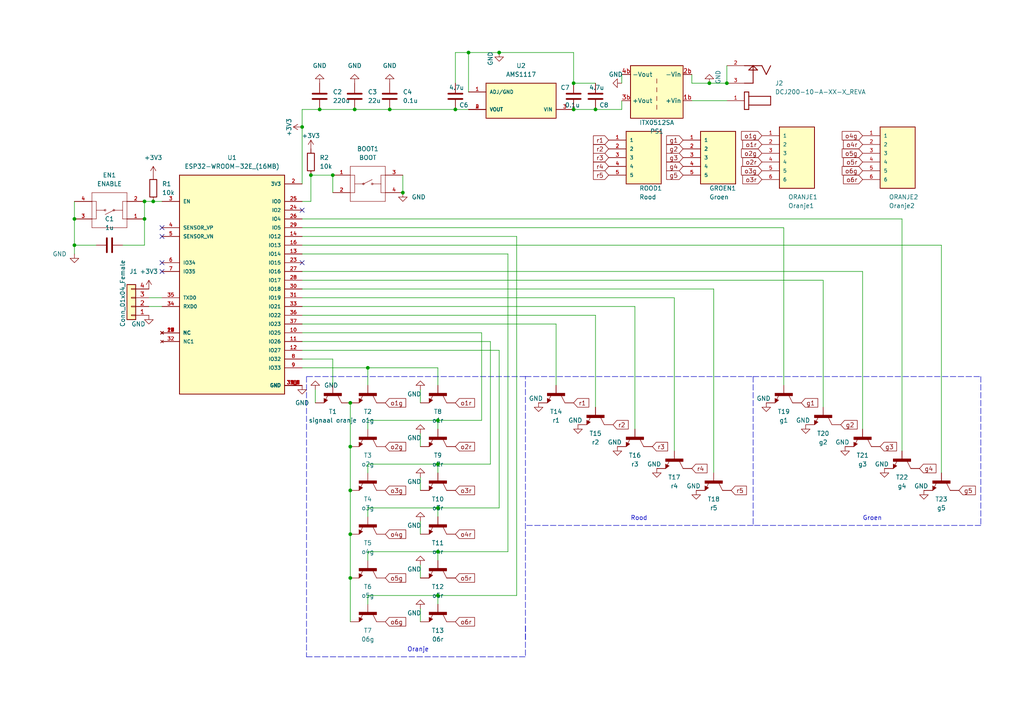
<source format=kicad_sch>
(kicad_sch (version 20211123) (generator eeschema)
  (paper "A4")
  (lib_symbols
    (symbol "1825910-6:1825910-6" (pin_names (offset 1.016) hide)
      (property "Reference" "SW" (at -5.08 5.842 0))
      (property "Value" "1825910-6" (at -5.08 -7.62 0))
      (symbol "1825910-6_0_0"
        (circle (center -1.27 0) (radius 0.254) (stroke (width 0.127)))
        (polyline (pts (xy -5.08 -5.08) (xy 5.08 -5.08)) (stroke (width 0.127)))
        (polyline (pts (xy -5.08 -2.54) (xy -5.08 -5.08)) (stroke (width 0.127)))
        (polyline (pts (xy -5.08 2.54) (xy -5.08 -2.54)) (stroke (width 0.127)))
        (polyline (pts (xy -5.08 2.54) (xy -3.81 2.54)) (stroke (width 0.127)))
        (polyline (pts (xy -5.08 5.08) (xy -5.08 2.54)) (stroke (width 0.127)))
        (polyline (pts (xy -5.08 5.08) (xy 5.08 5.08)) (stroke (width 0.127)))
        (polyline (pts (xy -3.81 -2.54) (xy -5.08 -2.54)) (stroke (width 0.127)))
        (polyline (pts (xy -3.81 0) (xy -3.81 -2.54)) (stroke (width 0.127)))
        (polyline (pts (xy -3.81 0) (xy -1.27 0)) (stroke (width 0.127)))
        (polyline (pts (xy -3.81 2.54) (xy -3.81 0)) (stroke (width 0.127)))
        (polyline (pts (xy -1.27 0) (xy 1.27 1.27)) (stroke (width 0.127)))
        (polyline (pts (xy 1.27 0) (xy 3.81 0)) (stroke (width 0.127)))
        (polyline (pts (xy 3.81 -2.54) (xy 5.08 -2.54)) (stroke (width 0.127)))
        (polyline (pts (xy 3.81 0) (xy 3.81 -2.54)) (stroke (width 0.127)))
        (polyline (pts (xy 3.81 0) (xy 3.81 2.54)) (stroke (width 0.127)))
        (polyline (pts (xy 3.81 2.54) (xy 5.08 2.54)) (stroke (width 0.127)))
        (polyline (pts (xy 5.08 -2.54) (xy 5.08 -5.08)) (stroke (width 0.127)))
        (polyline (pts (xy 5.08 2.54) (xy 5.08 -2.54)) (stroke (width 0.127)))
        (polyline (pts (xy 5.08 5.08) (xy 5.08 2.54)) (stroke (width 0.127)))
        (circle (center 1.27 0) (radius 0.254) (stroke (width 0.127)))
        (pin passive line (at -10.16 2.54 0) (length 5.08) (name "~") (number "1"))
        (pin passive line (at -10.16 -2.54 0) (length 5.08) (name "~") (number "2"))
        (pin passive line (at 10.16 2.54 180) (length 5.08) (name "~") (number "3"))
        (pin passive line (at 10.16 -2.54 180) (length 5.08) (name "~") (number "4"))
      )
    )
    (symbol "282841-5:282841-5" (pin_names (offset 1.016))
      (property "Reference" "J" (at -5.588 7.62 0))
      (property "Value" "282841-5" (at -5.08 -10.16 0))
      (symbol "282841-5_0_0"
        (rectangle (start -5.08 -7.62) (end 5.08 7.62) (stroke (width 0.254)) (fill (type background)))
        (pin passive line (at -10.16 5.08 0) (length 5.08) (name "1") (number "1"))
        (pin passive line (at -10.16 2.54 0) (length 5.08) (name "2") (number "2"))
        (pin passive line (at -10.16 0 0) (length 5.08) (name "3") (number "3"))
        (pin passive line (at -10.16 -2.54 0) (length 5.08) (name "4") (number "4"))
        (pin passive line (at -10.16 -5.08 0) (length 5.08) (name "5") (number "5"))
      )
    )
    (symbol "282841-6:282841-6" (pin_names (offset 1.016))
      (property "Reference" "J" (at -5.588 10.16 0))
      (property "Value" "282841-6" (at -5.08 -10.16 0))
      (symbol "282841-6_0_0"
        (rectangle (start -5.08 -7.62) (end 5.08 10.16) (stroke (width 0.254)) (fill (type background)))
        (pin passive line (at -10.16 7.62 0) (length 5.08) (name "1") (number "1"))
        (pin passive line (at -10.16 5.08 0) (length 5.08) (name "2") (number "2"))
        (pin passive line (at -10.16 2.54 0) (length 5.08) (name "3") (number "3"))
        (pin passive line (at -10.16 0 0) (length 5.08) (name "4") (number "4"))
        (pin passive line (at -10.16 -2.54 0) (length 5.08) (name "5") (number "5"))
        (pin passive line (at -10.16 -5.08 0) (length 5.08) (name "6") (number "6"))
      )
    )
    (symbol "AMS1117:AMS1117" (pin_names (offset 1.016))
      (property "Reference" "U" (at -10.16 5.588 0))
      (property "Value" "AMS1117" (at -10.16 -8.128 0))
      (symbol "AMS1117_0_0"
        (rectangle (start -10.16 -5.08) (end 10.16 5.08) (stroke (width 0.254)) (fill (type background)))
        (pin power_in line (at 15.24 -2.54 180) (length 5.08) (name "ADJ/GND") (number "1"))
        (pin output line (at 15.24 2.54 180) (length 5.08) (name "VOUT") (number "2"))
        (pin input line (at -15.24 2.54 0) (length 5.08) (name "VIN") (number "3"))
        (pin output line (at 15.24 2.54 180) (length 5.08) (name "VOUT") (number "4"))
      )
    )
    (symbol "BC848:BC848" (pin_numbers hide) (pin_names (offset 1.016) hide)
      (property "Reference" "T" (at -10.1854 7.6454 0))
      (property "Value" "BC848" (at -10.16 5.08 0))
      (symbol "BC848_0_0"
        (rectangle (start -0.254 -2.54) (end 0.508 2.54) (fill (type outline)))
        (polyline (pts (xy 1.27 -2.54) (xy 1.778 -1.524)) (stroke (width 0.1524)))
        (polyline (pts (xy 1.524 -2.413) (xy 2.286 -2.413)) (stroke (width 0.254)))
        (polyline (pts (xy 1.524 -2.286) (xy 1.905 -2.286)) (stroke (width 0.254)))
        (polyline (pts (xy 1.5494 -2.032) (xy 0.3048 -1.4224)) (stroke (width 0.1524)))
        (polyline (pts (xy 1.778 -1.778) (xy 1.524 -2.286)) (stroke (width 0.254)))
        (polyline (pts (xy 1.778 -1.524) (xy 2.54 -2.54)) (stroke (width 0.1524)))
        (polyline (pts (xy 1.905 -2.286) (xy 1.778 -2.032)) (stroke (width 0.254)))
        (polyline (pts (xy 2.286 -2.413) (xy 1.778 -1.778)) (stroke (width 0.254)))
        (polyline (pts (xy 2.54 -2.54) (xy 1.27 -2.54)) (stroke (width 0.1524)))
        (polyline (pts (xy 2.54 2.54) (xy 0.508 1.524)) (stroke (width 0.1524)))
        (pin passive line (at -2.54 0 0) (length 2.54) (name "~") (number "1"))
        (pin passive line (at 2.54 -5.08 90) (length 2.54) (name "~") (number "2"))
        (pin passive line (at 2.54 5.08 270) (length 2.54) (name "~") (number "3"))
      )
    )
    (symbol "Connector_Generic:Conn_01x04" (pin_names (offset 1.016) hide)
      (property "Reference" "J" (at 0 5.08 0))
      (property "Value" "Conn_01x04" (at 0 -7.62 0))
      (symbol "Conn_01x04_1_1"
        (rectangle (start -1.27 -4.953) (end 0 -5.207) (stroke (width 0.1524)))
        (rectangle (start -1.27 -2.413) (end 0 -2.667) (stroke (width 0.1524)))
        (rectangle (start -1.27 0.127) (end 0 -0.127) (stroke (width 0.1524)))
        (rectangle (start -1.27 2.667) (end 0 2.413) (stroke (width 0.1524)))
        (rectangle (start -1.27 3.81) (end 1.27 -6.35) (stroke (width 0.254)) (fill (type background)))
        (pin passive line (at -5.08 2.54 0) (length 3.81) (name "Pin_1") (number "1"))
        (pin passive line (at -5.08 0 0) (length 3.81) (name "Pin_2") (number "2"))
        (pin passive line (at -5.08 -2.54 0) (length 3.81) (name "Pin_3") (number "3"))
        (pin passive line (at -5.08 -5.08 0) (length 3.81) (name "Pin_4") (number "4"))
      )
    )
    (symbol "Converter_DCDC:ITX0512SA"
      (property "Reference" "PS1" (at 0 11.43 0))
      (property "Value" "ITX0512SA" (at 0 8.89 0))
      (symbol "ITX0512SA_0_0"
        (pin power_in line (at -10.16 2.54 0) (length 2.54) (name "+Vin") (number "1b"))
        (pin power_in line (at -10.16 -5.08 0) (length 2.54) (name "-Vin") (number "2b"))
        (pin power_out line (at 10.16 2.54 180) (length 2.54) (name "+Vout") (number "3b"))
        (pin power_out line (at 10.16 -5.08 180) (length 2.54) (name "-Vout") (number "4b"))
      )
      (symbol "ITX0512SA_0_1"
        (rectangle (start -7.62 7.62) (end 7.62 -7.62) (stroke (width 0.254)) (fill (type background)))
        (polyline (pts (xy 0 -2.54) (xy 0 -3.81)))
        (polyline (pts (xy 0 0) (xy 0 -1.27)))
        (polyline (pts (xy 0 2.54) (xy 0 1.27)))
        (polyline (pts (xy 0 5.08) (xy 0 3.81)))
      )
    )
    (symbol "DCJ200-10-A-XX-X_REVA:DCJ200-10-A-XX-X_REVA" (pin_names (offset 1.016) hide)
      (property "Reference" "J" (at -5.08 7.62 0))
      (property "Value" "DCJ200-10-A-XX-X_REVA" (at -5.08 -7.62 0))
      (symbol "DCJ200-10-A-XX-X_REVA_0_0"
        (polyline (pts (xy -5.08 3.81) (xy 1.27 3.81)) (stroke (width 0.254)))
        (polyline (pts (xy -5.08 6.35) (xy -5.08 3.81)) (stroke (width 0.254)))
        (polyline (pts (xy -3.81 -2.54) (xy -5.08 -5.08)) (stroke (width 0.254)))
        (polyline (pts (xy -2.54 -5.08) (xy -3.81 -2.54)) (stroke (width 0.254)))
        (polyline (pts (xy -1.27 -3.81) (xy 1.27 -3.81)) (stroke (width 0.254)))
        (polyline (pts (xy 0 -5.08) (xy -2.54 -5.08)) (stroke (width 0.254)))
        (polyline (pts (xy 0 -5.08) (xy -1.27 -3.81)) (stroke (width 0.254)))
        (polyline (pts (xy 0 0) (xy 0 -5.08)) (stroke (width 0.254)))
        (polyline (pts (xy 1.27 -3.81) (xy 0 -5.08)) (stroke (width 0.254)))
        (polyline (pts (xy 1.27 2.54) (xy 2.54 2.54)) (stroke (width 0.254)))
        (polyline (pts (xy 1.27 3.81) (xy 1.27 2.54)) (stroke (width 0.254)))
        (polyline (pts (xy 1.27 6.35) (xy -5.08 6.35)) (stroke (width 0.254)))
        (polyline (pts (xy 1.27 6.35) (xy 1.27 3.81)) (stroke (width 0.254)))
        (polyline (pts (xy 1.27 7.62) (xy 1.27 6.35)) (stroke (width 0.254)))
        (polyline (pts (xy 2.54 -5.08) (xy 0 -5.08)) (stroke (width 0.254)))
        (polyline (pts (xy 2.54 0) (xy 0 0)) (stroke (width 0.254)))
        (polyline (pts (xy 2.54 2.54) (xy 2.54 7.62)) (stroke (width 0.254)))
        (polyline (pts (xy 2.54 7.62) (xy 1.27 7.62)) (stroke (width 0.254)))
        (pin passive line (at 7.62 5.08 180) (length 5.08) (name "~") (number "1"))
        (pin passive line (at 7.62 -5.08 180) (length 5.08) (name "~") (number "2"))
        (pin passive line (at 7.62 0 180) (length 5.08) (name "~") (number "3"))
      )
    )
    (symbol "Device:C" (pin_numbers hide) (pin_names (offset 0.254))
      (property "Reference" "C" (at 0.635 2.54 0))
      (property "Value" "C" (at 0.635 -2.54 0))
      (symbol "C_0_1"
        (polyline (pts (xy -2.032 -0.762) (xy 2.032 -0.762)) (stroke (width 0.508)))
        (polyline (pts (xy -2.032 0.762) (xy 2.032 0.762)) (stroke (width 0.508)))
      )
      (symbol "C_1_1"
        (pin passive line (at 0 3.81 270) (length 2.794) (name "~") (number "1"))
        (pin passive line (at 0 -3.81 90) (length 2.794) (name "~") (number "2"))
      )
    )
    (symbol "Device:R" (pin_numbers hide) (pin_names (offset 0))
      (property "Reference" "R" (at 2.032 0 90))
      (property "Value" "R" (at 0 0 90))
      (symbol "R_0_1"
        (rectangle (start -1.016 -2.54) (end 1.016 2.54) (stroke (width 0.254)))
      )
      (symbol "R_1_1"
        (pin passive line (at 0 3.81 270) (length 1.27) (name "~") (number "1"))
        (pin passive line (at 0 -3.81 90) (length 1.27) (name "~") (number "2"))
      )
    )
    (symbol "ESP32-WROOM-32E__16MB_:ESP32-WROOM-32E_(16MB)" (pin_names (offset 1.016))
      (property "Reference" "U" (at -15.24 33.909 0))
      (property "Value" "ESP32-WROOM-32E_(16MB)" (at -15.24 -33.02 0))
      (symbol "ESP32-WROOM-32E_(16MB)_0_0"
        (rectangle (start -15.24 -30.48) (end 15.24 33.02) (stroke (width 0.254)) (fill (type background)))
        (pin power_in line (at 20.32 -27.94 180) (length 5.08) (name "GND") (number "1"))
        (pin bidirectional line (at 20.32 -12.7 180) (length 5.08) (name "IO25") (number "10"))
        (pin bidirectional line (at 20.32 -15.24 180) (length 5.08) (name "IO26") (number "11"))
        (pin bidirectional line (at 20.32 -17.78 180) (length 5.08) (name "IO27") (number "12"))
        (pin bidirectional line (at 20.32 10.16 180) (length 5.08) (name "IO14") (number "13"))
        (pin bidirectional line (at 20.32 15.24 180) (length 5.08) (name "IO12") (number "14"))
        (pin power_in line (at 20.32 -27.94 180) (length 5.08) (name "GND") (number "15"))
        (pin bidirectional line (at 20.32 12.7 180) (length 5.08) (name "IO13") (number "16"))
        (pin no_connect line (at -20.32 -12.7 0) (length 5.08) (name "NC") (number "17"))
        (pin no_connect line (at -20.32 -12.7 0) (length 5.08) (name "NC") (number "18"))
        (pin no_connect line (at -20.32 -12.7 0) (length 5.08) (name "NC") (number "19"))
        (pin power_in line (at 20.32 30.48 180) (length 5.08) (name "3V3") (number "2"))
        (pin no_connect line (at -20.32 -12.7 0) (length 5.08) (name "NC") (number "20"))
        (pin no_connect line (at -20.32 -12.7 0) (length 5.08) (name "NC") (number "21"))
        (pin no_connect line (at -20.32 -12.7 0) (length 5.08) (name "NC") (number "22"))
        (pin bidirectional line (at 20.32 7.62 180) (length 5.08) (name "IO15") (number "23"))
        (pin bidirectional line (at 20.32 22.86 180) (length 5.08) (name "IO2") (number "24"))
        (pin bidirectional line (at 20.32 25.4 180) (length 5.08) (name "IO0") (number "25"))
        (pin bidirectional line (at 20.32 20.32 180) (length 5.08) (name "IO4") (number "26"))
        (pin bidirectional line (at 20.32 5.08 180) (length 5.08) (name "IO16") (number "27"))
        (pin bidirectional line (at 20.32 2.54 180) (length 5.08) (name "IO17") (number "28"))
        (pin bidirectional line (at 20.32 17.78 180) (length 5.08) (name "IO5") (number "29"))
        (pin input line (at -20.32 25.4 0) (length 5.08) (name "EN") (number "3"))
        (pin bidirectional line (at 20.32 0 180) (length 5.08) (name "IO18") (number "30"))
        (pin bidirectional line (at 20.32 -2.54 180) (length 5.08) (name "IO19") (number "31"))
        (pin no_connect line (at -20.32 -15.24 0) (length 5.08) (name "NC1") (number "32"))
        (pin bidirectional line (at 20.32 -5.08 180) (length 5.08) (name "IO21") (number "33"))
        (pin bidirectional line (at -20.32 -5.08 0) (length 5.08) (name "RXD0") (number "34"))
        (pin bidirectional line (at -20.32 -2.54 0) (length 5.08) (name "TXD0") (number "35"))
        (pin bidirectional line (at 20.32 -7.62 180) (length 5.08) (name "IO22") (number "36"))
        (pin bidirectional line (at 20.32 -10.16 180) (length 5.08) (name "IO23") (number "37"))
        (pin power_in line (at 20.32 -27.94 180) (length 5.08) (name "GND") (number "38"))
        (pin power_in line (at 20.32 -27.94 180) (length 5.08) (name "GND") (number "39_1"))
        (pin power_in line (at 20.32 -27.94 180) (length 5.08) (name "GND") (number "39_2"))
        (pin power_in line (at 20.32 -27.94 180) (length 5.08) (name "GND") (number "39_3"))
        (pin power_in line (at 20.32 -27.94 180) (length 5.08) (name "GND") (number "39_4"))
        (pin power_in line (at 20.32 -27.94 180) (length 5.08) (name "GND") (number "39_5"))
        (pin power_in line (at 20.32 -27.94 180) (length 5.08) (name "GND") (number "39_6"))
        (pin power_in line (at 20.32 -27.94 180) (length 5.08) (name "GND") (number "39_7"))
        (pin power_in line (at 20.32 -27.94 180) (length 5.08) (name "GND") (number "39_8"))
        (pin power_in line (at 20.32 -27.94 180) (length 5.08) (name "GND") (number "39_9"))
        (pin input line (at -20.32 17.78 0) (length 5.08) (name "SENSOR_VP") (number "4"))
        (pin input line (at -20.32 15.24 0) (length 5.08) (name "SENSOR_VN") (number "5"))
        (pin input line (at -20.32 7.62 0) (length 5.08) (name "IO34") (number "6"))
        (pin input line (at -20.32 5.08 0) (length 5.08) (name "IO35") (number "7"))
        (pin bidirectional line (at 20.32 -20.32 180) (length 5.08) (name "IO32") (number "8"))
        (pin bidirectional line (at 20.32 -22.86 180) (length 5.08) (name "IO33") (number "9"))
      )
    )
    (symbol "power:+3V3" (power) (pin_names (offset 0))
      (property "Value" "+3V3" (at 0 3.556 0))
      (symbol "+3V3_0_1"
        (polyline (pts (xy -0.762 1.27) (xy 0 2.54)))
        (polyline (pts (xy 0 0) (xy 0 2.54)))
        (polyline (pts (xy 0 2.54) (xy 0.762 1.27)))
      )
      (symbol "+3V3_1_1"
        (pin power_in line (at 0 0 90) (length 0) hide (name "+3V3") (number "1"))
      )
    )
    (symbol "power:GND" (power) (pin_names (offset 0))
      (property "Value" "GND" (at 0 -3.81 0))
      (symbol "GND_0_1"
        (polyline (pts (xy 0 0) (xy 0 -1.27) (xy 1.27 -1.27) (xy 0 -2.54) (xy -1.27 -1.27) (xy 0 -1.27)))
      )
      (symbol "GND_1_1"
        (pin power_in line (at 0 0 270) (length 0) hide (name "GND") (number "1"))
      )
    )
  )
  (junction (at 135.89 15.24))
  (junction (at 96.52 50.8))
  (junction (at 101.6 154.94))
  (junction (at 101.6 167.64))
  (junction (at 210.82 24.13))
  (junction (at 21.59 63.5))
  (junction (at 166.37 31.75))
  (junction (at 41.91 63.5))
  (junction (at 127 147.32))
  (junction (at 166.37 24.13))
  (junction (at 87.63 36.83))
  (junction (at 102.87 31.75))
  (junction (at 127 121.92))
  (junction (at 90.17 50.8))
  (junction (at 132.08 31.75))
  (junction (at 44.45 58.42))
  (junction (at 127 160.02))
  (junction (at 113.03 31.75))
  (junction (at 205.74 24.13))
  (junction (at 172.72 31.75))
  (junction (at 101.6 142.24))
  (junction (at 144.78 15.24))
  (junction (at 127 172.72))
  (junction (at 101.6 129.54))
  (junction (at 127 134.62))
  (junction (at 116.84 55.88))
  (junction (at 101.6 116.84))
  (junction (at 21.59 71.12))
  (junction (at 41.91 58.42))
  (junction (at 92.71 31.75))
  (junction (at 106.68 106.68))
  (no_connect (at 87.63 60.96))
  (no_connect (at 87.63 76.2))
  (no_connect (at 46.99 66.04))
  (no_connect (at 46.99 68.58))
  (no_connect (at 46.99 78.74))
  (no_connect (at 46.99 76.2))
  (wire (pts (xy 180.34 21.59) (xy 180.34 24.13)))
  (polyline (pts (xy 152.4 181.61) (xy 152.4 190.5)))
  (wire (pts (xy 139.7 96.52) (xy 139.7 121.92)))
  (wire (pts (xy 87.63 31.75) (xy 87.63 36.83)))
  (wire (pts (xy 101.6 142.24) (xy 101.6 154.94)))
  (polyline (pts (xy 152.4 185.42) (xy 152.4 109.22)))
  (wire (pts (xy 41.91 71.12) (xy 41.91 63.5)))
  (wire (pts (xy 238.76 81.28) (xy 87.63 81.28)))
  (wire (pts (xy 227.33 111.76) (xy 227.33 66.04)))
  (wire (pts (xy 116.84 50.8) (xy 116.84 55.88)))
  (wire (pts (xy 101.6 129.54) (xy 101.6 142.24)))
  (wire (pts (xy 43.18 86.36) (xy 46.99 86.36)))
  (wire (pts (xy 273.05 137.16) (xy 273.05 71.12)))
  (wire (pts (xy 127 147.32) (xy 144.78 147.32)))
  (wire (pts (xy 121.92 151.13) (xy 121.92 154.94)))
  (wire (pts (xy 127 111.76) (xy 127 106.68)))
  (polyline (pts (xy 284.48 152.4) (xy 218.44 152.4)))
  (wire (pts (xy 106.68 106.68) (xy 87.63 106.68)))
  (wire (pts (xy 261.62 63.5) (xy 87.63 63.5)))
  (wire (pts (xy 106.68 149.86) (xy 106.68 147.32)))
  (wire (pts (xy 121.92 138.43) (xy 121.92 142.24)))
  (wire (pts (xy 166.37 24.13) (xy 172.72 24.13)))
  (wire (pts (xy 121.92 163.83) (xy 121.92 167.64)))
  (wire (pts (xy 135.89 15.24) (xy 135.89 26.67)))
  (wire (pts (xy 261.62 130.81) (xy 261.62 63.5)))
  (wire (pts (xy 106.68 175.26) (xy 106.68 172.72)))
  (wire (pts (xy 144.78 101.6) (xy 144.78 147.32)))
  (wire (pts (xy 166.37 15.24) (xy 144.78 15.24)))
  (wire (pts (xy 127 121.92) (xy 139.7 121.92)))
  (wire (pts (xy 113.03 31.75) (xy 132.08 31.75)))
  (wire (pts (xy 91.44 113.03) (xy 91.44 116.84)))
  (wire (pts (xy 161.29 93.98) (xy 161.29 111.76)))
  (wire (pts (xy 106.68 162.56) (xy 106.68 160.02)))
  (wire (pts (xy 127 172.72) (xy 127 175.26)))
  (polyline (pts (xy 88.9 109.22) (xy 88.9 190.5)))
  (wire (pts (xy 227.33 66.04) (xy 87.63 66.04)))
  (wire (pts (xy 180.34 31.75) (xy 172.72 31.75)))
  (wire (pts (xy 87.63 93.98) (xy 161.29 93.98)))
  (wire (pts (xy 101.6 116.84) (xy 101.6 129.54)))
  (wire (pts (xy 106.68 124.46) (xy 106.68 121.92)))
  (wire (pts (xy 135.89 15.24) (xy 132.08 15.24)))
  (wire (pts (xy 87.63 99.06) (xy 142.24 99.06)))
  (wire (pts (xy 147.32 73.66) (xy 147.32 160.02)))
  (wire (pts (xy 144.78 15.24) (xy 135.89 15.24)))
  (wire (pts (xy 21.59 71.12) (xy 27.94 71.12)))
  (wire (pts (xy 149.86 68.58) (xy 149.86 172.72)))
  (wire (pts (xy 87.63 101.6) (xy 144.78 101.6)))
  (wire (pts (xy 87.63 96.52) (xy 139.7 96.52)))
  (wire (pts (xy 273.05 71.12) (xy 87.63 71.12)))
  (wire (pts (xy 121.92 176.53) (xy 121.92 180.34)))
  (wire (pts (xy 207.01 137.16) (xy 207.01 83.82)))
  (wire (pts (xy 21.59 63.5) (xy 21.59 71.12)))
  (wire (pts (xy 87.63 31.75) (xy 92.71 31.75)))
  (wire (pts (xy 102.87 31.75) (xy 113.03 31.75)))
  (wire (pts (xy 44.45 58.42) (xy 46.99 58.42)))
  (wire (pts (xy 41.91 58.42) (xy 44.45 58.42)))
  (wire (pts (xy 21.59 71.12) (xy 21.59 73.66)))
  (wire (pts (xy 200.66 29.21) (xy 210.82 29.21)))
  (wire (pts (xy 250.19 78.74) (xy 87.63 78.74)))
  (wire (pts (xy 210.82 19.05) (xy 210.82 24.13)))
  (wire (pts (xy 207.01 83.82) (xy 87.63 83.82)))
  (wire (pts (xy 90.17 50.8) (xy 96.52 50.8)))
  (wire (pts (xy 195.58 130.81) (xy 195.58 86.36)))
  (wire (pts (xy 87.63 73.66) (xy 147.32 73.66)))
  (wire (pts (xy 87.63 91.44) (xy 172.72 91.44)))
  (wire (pts (xy 127 121.92) (xy 127 124.46)))
  (wire (pts (xy 132.08 31.75) (xy 135.89 31.75)))
  (wire (pts (xy 106.68 137.16) (xy 106.68 134.62)))
  (polyline (pts (xy 152.4 109.22) (xy 218.44 109.22)))
  (wire (pts (xy 90.17 50.8) (xy 90.17 58.42)))
  (polyline (pts (xy 152.4 109.22) (xy 88.9 109.22)))
  (wire (pts (xy 121.92 113.03) (xy 121.92 116.84)))
  (wire (pts (xy 96.52 104.14) (xy 96.52 111.76)))
  (wire (pts (xy 106.68 147.32) (xy 127 147.32)))
  (wire (pts (xy 101.6 167.64) (xy 101.6 180.34)))
  (wire (pts (xy 184.15 88.9) (xy 87.63 88.9)))
  (wire (pts (xy 172.72 91.44) (xy 172.72 118.11)))
  (wire (pts (xy 238.76 118.11) (xy 238.76 81.28)))
  (wire (pts (xy 106.68 121.92) (xy 127 121.92)))
  (wire (pts (xy 106.68 160.02) (xy 127 160.02)))
  (wire (pts (xy 41.91 63.5) (xy 41.91 58.42)))
  (wire (pts (xy 127 106.68) (xy 106.68 106.68)))
  (wire (pts (xy 205.74 24.13) (xy 200.66 24.13)))
  (polyline (pts (xy 284.48 109.22) (xy 284.48 152.4)))
  (wire (pts (xy 90.17 58.42) (xy 87.63 58.42)))
  (wire (pts (xy 106.68 134.62) (xy 127 134.62)))
  (wire (pts (xy 195.58 86.36) (xy 87.63 86.36)))
  (wire (pts (xy 127 134.62) (xy 127 137.16)))
  (wire (pts (xy 87.63 104.14) (xy 96.52 104.14)))
  (wire (pts (xy 121.92 125.73) (xy 121.92 129.54)))
  (wire (pts (xy 87.63 36.83) (xy 87.63 53.34)))
  (wire (pts (xy 21.59 63.5) (xy 21.59 58.42)))
  (wire (pts (xy 142.24 99.06) (xy 142.24 134.62)))
  (wire (pts (xy 101.6 154.94) (xy 101.6 167.64)))
  (wire (pts (xy 172.72 31.75) (xy 166.37 31.75)))
  (wire (pts (xy 43.18 88.9) (xy 46.99 88.9)))
  (wire (pts (xy 200.66 24.13) (xy 200.66 21.59)))
  (wire (pts (xy 132.08 15.24) (xy 132.08 24.13)))
  (wire (pts (xy 127 160.02) (xy 127 162.56)))
  (polyline (pts (xy 218.44 109.22) (xy 218.44 152.4)))
  (polyline (pts (xy 218.44 109.22) (xy 284.48 109.22)))
  (wire (pts (xy 127 147.32) (xy 127 149.86)))
  (wire (pts (xy 35.56 71.12) (xy 41.91 71.12)))
  (wire (pts (xy 180.34 29.21) (xy 180.34 31.75)))
  (wire (pts (xy 106.68 106.68) (xy 106.68 111.76)))
  (wire (pts (xy 96.52 50.8) (xy 96.52 55.88)))
  (wire (pts (xy 127 160.02) (xy 147.32 160.02)))
  (polyline (pts (xy 218.44 152.4) (xy 152.4 152.4)))
  (wire (pts (xy 184.15 124.46) (xy 184.15 88.9)))
  (wire (pts (xy 166.37 24.13) (xy 166.37 15.24)))
  (wire (pts (xy 106.68 172.72) (xy 127 172.72)))
  (wire (pts (xy 87.63 68.58) (xy 149.86 68.58)))
  (wire (pts (xy 127 134.62) (xy 142.24 134.62)))
  (polyline (pts (xy 88.9 190.5) (xy 152.4 190.5)))
  (wire (pts (xy 149.86 172.72) (xy 127 172.72)))
  (wire (pts (xy 92.71 31.75) (xy 102.87 31.75)))
  (wire (pts (xy 250.19 124.46) (xy 250.19 78.74)))
  (wire (pts (xy 205.74 24.13) (xy 210.82 24.13)))
  (text "Oranje" (at 118.11 189.23 0) (effects (font (size 1.27 1.27)) (justify left bottom)))
  (text "Groen" (at 250.19 151.13 0) (effects (font (size 1.27 1.27)) (justify left bottom)))
  (text "Rood" (at 182.88 151.13 0) (effects (font (size 1.27 1.27)) (justify left bottom)))
  (global_label "g2" (shape input) (at 198.12 43.18 180) (property "Intersheet References" "${INTERSHEET_REFS}" (effects hide)))
  (global_label "r1" (shape input) (at 166.37 116.84 0) (property "Intersheet References" "${INTERSHEET_REFS}" (effects hide)))
  (global_label "o5g" (shape input) (at 111.76 167.64 0) (property "Intersheet References" "${INTERSHEET_REFS}" (effects hide)))
  (global_label "o3r" (shape input) (at 132.08 142.24 0) (property "Intersheet References" "${INTERSHEET_REFS}" (effects hide)))
  (global_label "o2r" (shape input) (at 132.08 129.54 0) (property "Intersheet References" "${INTERSHEET_REFS}" (effects hide)))
  (global_label "g4" (shape input) (at 266.7 135.89 0) (property "Intersheet References" "${INTERSHEET_REFS}" (effects hide)))
  (global_label "o1r" (shape input) (at 220.98 41.91 180) (property "Intersheet References" "${INTERSHEET_REFS}" (effects hide)))
  (global_label "r5" (shape input) (at 176.53 50.8 180) (property "Intersheet References" "${INTERSHEET_REFS}" (effects hide)))
  (global_label "o4g" (shape input) (at 111.76 154.94 0) (property "Intersheet References" "${INTERSHEET_REFS}" (effects hide)))
  (global_label "g5" (shape input) (at 198.12 50.8 180) (property "Intersheet References" "${INTERSHEET_REFS}" (effects hide)))
  (global_label "g1" (shape input) (at 232.41 116.84 0) (property "Intersheet References" "${INTERSHEET_REFS}" (effects hide)))
  (global_label "o2r" (shape input) (at 220.98 46.99 180) (property "Intersheet References" "${INTERSHEET_REFS}" (effects hide)))
  (global_label "o2g" (shape input) (at 111.76 129.54 0) (property "Intersheet References" "${INTERSHEET_REFS}" (effects hide)))
  (global_label "o6g" (shape input) (at 111.76 180.34 0) (property "Intersheet References" "${INTERSHEET_REFS}" (effects hide)))
  (global_label "o3r" (shape input) (at 220.98 52.07 180) (property "Intersheet References" "${INTERSHEET_REFS}" (effects hide)))
  (global_label "o5r" (shape input) (at 250.19 46.99 180) (property "Intersheet References" "${INTERSHEET_REFS}" (effects hide)))
  (global_label "o6r" (shape input) (at 250.19 52.07 180) (property "Intersheet References" "${INTERSHEET_REFS}" (effects hide)))
  (global_label "o5r" (shape input) (at 132.08 167.64 0) (property "Intersheet References" "${INTERSHEET_REFS}" (effects hide)))
  (global_label "g4" (shape input) (at 198.12 48.26 180) (property "Intersheet References" "${INTERSHEET_REFS}" (effects hide)))
  (global_label "o2g" (shape input) (at 220.98 44.45 180) (property "Intersheet References" "${INTERSHEET_REFS}" (effects hide)))
  (global_label "g3" (shape input) (at 255.27 129.54 0) (property "Intersheet References" "${INTERSHEET_REFS}" (effects hide)))
  (global_label "r1" (shape input) (at 176.53 40.64 180) (property "Intersheet References" "${INTERSHEET_REFS}" (effects hide)))
  (global_label "r4" (shape input) (at 200.66 135.89 0) (property "Intersheet References" "${INTERSHEET_REFS}" (effects hide)))
  (global_label "g3" (shape input) (at 198.12 45.72 180) (property "Intersheet References" "${INTERSHEET_REFS}" (effects hide)))
  (global_label "o4g" (shape input) (at 250.19 39.37 180) (property "Intersheet References" "${INTERSHEET_REFS}" (effects hide)))
  (global_label "o4r" (shape input) (at 132.08 154.94 0) (property "Intersheet References" "${INTERSHEET_REFS}" (effects hide)))
  (global_label "r5" (shape input) (at 212.09 142.24 0) (property "Intersheet References" "${INTERSHEET_REFS}" (effects hide)))
  (global_label "o6r" (shape input) (at 132.08 180.34 0) (property "Intersheet References" "${INTERSHEET_REFS}" (effects hide)))
  (global_label "o1r" (shape input) (at 132.08 116.84 0) (property "Intersheet References" "${INTERSHEET_REFS}" (effects hide)))
  (global_label "g2" (shape input) (at 243.84 123.19 0) (property "Intersheet References" "${INTERSHEET_REFS}" (effects hide)))
  (global_label "o3g" (shape input) (at 111.76 142.24 0) (property "Intersheet References" "${INTERSHEET_REFS}" (effects hide)))
  (global_label "o1g" (shape input) (at 111.76 116.84 0) (property "Intersheet References" "${INTERSHEET_REFS}" (effects hide)))
  (global_label "r2" (shape input) (at 176.53 43.18 180) (property "Intersheet References" "${INTERSHEET_REFS}" (effects hide)))
  (global_label "r3" (shape input) (at 176.53 45.72 180) (property "Intersheet References" "${INTERSHEET_REFS}" (effects hide)))
  (global_label "r4" (shape input) (at 176.53 48.26 180) (property "Intersheet References" "${INTERSHEET_REFS}" (effects hide)))
  (global_label "o6g" (shape input) (at 250.19 49.53 180) (property "Intersheet References" "${INTERSHEET_REFS}" (effects hide)))
  (global_label "o5g" (shape input) (at 250.19 44.45 180) (property "Intersheet References" "${INTERSHEET_REFS}" (effects hide)))
  (global_label "r2" (shape input) (at 177.8 123.19 0) (property "Intersheet References" "${INTERSHEET_REFS}" (effects hide)))
  (global_label "r3" (shape input) (at 189.23 129.54 0) (property "Intersheet References" "${INTERSHEET_REFS}" (effects hide)))
  (global_label "o3g" (shape input) (at 220.98 49.53 180) (property "Intersheet References" "${INTERSHEET_REFS}" (effects hide)))
  (global_label "o4r" (shape input) (at 250.19 41.91 180) (property "Intersheet References" "${INTERSHEET_REFS}" (effects hide)))
  (global_label "g1" (shape input) (at 198.12 40.64 180) (property "Intersheet References" "${INTERSHEET_REFS}" (effects hide)))
  (global_label "o1g" (shape input) (at 220.98 39.37 180) (property "Intersheet References" "${INTERSHEET_REFS}" (effects hide)))
  (global_label "g5" (shape input) (at 278.13 142.24 0) (property "Intersheet References" "${INTERSHEET_REFS}" (effects hide)))
  (symbol (lib_id "power:GND") (at 121.92 151.13 180) (unit 1)
    (property "Reference" "#PWR0111" (effects hide))
    (property "Value" "GND" (at 118.11 152.4 0) (effects (justify right)))
  )
  (symbol (lib_id "power:GND") (at 222.25 116.84 0) (unit 1)
    (property "Reference" "#PWR0121" (effects hide))
    (property "Value" "GND" (at 223.52 115.57 0) (effects (justify right)))
  )
  (symbol (lib_id "BC848:BC848") (at 127 114.3 270) (unit 1)
    (property "Reference" "T8" (at 127 119.38 90))
    (property "Value" "o1r" (at 127 121.92 90))
    (property "Footprint" "libraries:SOT23" (effects hide))
  )
  (symbol (lib_id "power:GND") (at 267.97 142.24 0) (unit 1)
    (property "Reference" "#PWR0116" (effects hide))
    (property "Value" "GND" (at 269.24 140.97 0) (effects (justify right)))
  )
  (symbol (lib_id "power:GND") (at 121.92 176.53 180) (unit 1)
    (property "Reference" "#PWR0114" (effects hide))
    (property "Value" "GND" (at 118.11 177.8 0) (effects (justify right)))
  )
  (symbol (lib_id "BC848:BC848") (at 127 177.8 270) (unit 1)
    (property "Reference" "T13" (at 127 182.88 90))
    (property "Value" "06r" (at 127 185.42 90))
    (property "Footprint" "libraries:SOT23" (effects hide))
  )
  (symbol (lib_id "power:GND") (at 233.68 123.19 0) (unit 1)
    (property "Reference" "#PWR0120" (effects hide))
    (property "Value" "GND" (at 234.95 121.92 0) (effects (justify right)))
  )
  (symbol (lib_id "power:+3V3") (at 44.45 50.8 0) (unit 1)
    (property "Reference" "#PWR0129" (effects hide))
    (property "Value" "+3V3" (at 44.45 45.72 0))
  )
  (symbol (lib_id "DCJ200-10-A-XX-X_REVA:DCJ200-10-A-XX-X_REVA") (at 218.44 24.13 180) (unit 1)
    (property "Reference" "J2" (at 224.79 24.1299 0) (effects (justify right)))
    (property "Value" "DCJ200-10-A-XX-X_REVA" (at 224.79 26.6699 0) (effects (justify right)))
    (property "Footprint" "libraries:GCT_DCJ200-10-A-XX-X_REVA" (effects hide))
    (property "MANUFACTURER" "GCT" (effects hide))
  )
  (symbol (lib_id "power:GND") (at 156.21 116.84 0) (unit 1)
    (property "Reference" "#PWR0125" (effects hide))
    (property "Value" "GND" (at 157.48 115.57 0) (effects (justify right)))
  )
  (symbol (lib_id "BC848:BC848") (at 238.76 120.65 270) (unit 1)
    (property "Reference" "T20" (at 238.76 125.73 90))
    (property "Value" "g2" (at 238.76 128.27 90))
    (property "Footprint" "libraries:SOT23" (effects hide))
  )
  (symbol (lib_id "power:GND") (at 102.87 24.13 180) (unit 1)
    (property "Reference" "#PWR0101" (effects hide))
    (property "Value" "GND" (at 102.87 19.05 0))
  )
  (symbol (lib_id "power:GND") (at 205.74 24.13 180) (unit 1)
    (property "Reference" "#PWR0131" (effects hide))
    (property "Value" "GND" (at 208.28 20.32 90) (effects (justify left)))
  )
  (symbol (lib_id "282841-6:282841-6") (at 260.35 46.99 0) (unit 1)
    (property "Reference" "ORANJE2" (at 257.81 57.15 0) (effects (justify left)))
    (property "Value" "Oranje2" (at 257.81 59.69 0) (effects (justify left)))
    (property "Footprint" "Connector_PinHeader_2.54mm:PinHeader_2x03_P2.54mm_Vertical" (effects hide))
    (property "Comment" "282841-6" (effects hide))
    (property "EU_RoHS_Compliance" "Compliant with Exemptions" (effects hide))
  )
  (symbol (lib_id "power:GND") (at 87.63 111.76 0) (unit 1)
    (property "Reference" "#PWR0105" (effects hide))
    (property "Value" "GND" (at 87.63 116.84 0))
  )
  (symbol (lib_id "BC848:BC848") (at 184.15 127 270) (unit 1)
    (property "Reference" "T16" (at 184.15 132.08 90))
    (property "Value" "r3" (at 184.15 134.62 90))
    (property "Footprint" "libraries:SOT23" (effects hide))
  )
  (symbol (lib_id "ESP32-WROOM-32E__16MB_:ESP32-WROOM-32E_(16MB)") (at 67.31 83.82 0) (unit 1)
    (property "Reference" "U1" (at 67.31 45.72 0))
    (property "Value" "ESP32-WROOM-32E_(16MB)" (at 67.31 48.26 0))
    (property "Footprint" "libraries:XCVR_ESP32-WROOM-32E_(16MB)" (effects hide))
    (property "PARTREV" "1.4" (effects hide))
    (property "STANDARD" "Manufacturer Recommendations" (effects hide))
    (property "MAXIMUM_PACKAGE_HEIGHT" "3.25mm" (effects hide))
    (property "MANUFACTURER" "Espressif Systems" (effects hide))
  )
  (symbol (lib_id "BC848:BC848") (at 172.72 120.65 270) (unit 1)
    (property "Reference" "T15" (at 172.72 125.73 90))
    (property "Value" "r2" (at 172.72 128.27 90))
    (property "Footprint" "libraries:SOT23" (effects hide))
  )
  (symbol (lib_id "282841-5:282841-5") (at 186.69 45.72 0) (unit 1)
    (property "Reference" "ROOD1" (at 185.42 54.61 0) (effects (justify left)))
    (property "Value" "Rood" (at 185.42 57.15 0) (effects (justify left)))
    (property "Footprint" "Connector_PinHeader_2.54mm:PinHeader_1x05_P2.54mm_Vertical" (effects hide))
    (property "Comment" "282841-5" (effects hide))
  )
  (symbol (lib_id "BC848:BC848") (at 106.68 165.1 270) (unit 1)
    (property "Reference" "T6" (at 106.68 170.18 90))
    (property "Value" "o5g" (at 106.68 172.72 90))
    (property "Footprint" "libraries:SOT23" (effects hide))
  )
  (symbol (lib_id "BC848:BC848") (at 273.05 139.7 270) (unit 1)
    (property "Reference" "T23" (at 273.05 144.78 90))
    (property "Value" "g5" (at 273.05 147.32 90))
    (property "Footprint" "libraries:SOT23" (effects hide))
  )
  (symbol (lib_id "BC848:BC848") (at 106.68 139.7 270) (unit 1)
    (property "Reference" "T4" (at 106.68 144.78 90))
    (property "Value" "o3g" (at 106.68 147.32 90))
    (property "Footprint" "libraries:SOT23" (effects hide))
  )
  (symbol (lib_id "1825910-6:1825910-6") (at 31.75 60.96 180) (unit 1)
    (property "Reference" "EN1" (at 31.75 50.8 0))
    (property "Value" "ENABLE" (at 31.75 53.34 0))
    (property "Footprint" "libraries:SW_1825910-6-4" (effects hide))
    (property "Comment" "1825910-6" (effects hide))
  )
  (symbol (lib_id "power:GND") (at 43.18 91.44 0) (unit 1)
    (property "Reference" "#PWR0124" (effects hide))
    (property "Value" "GND" (at 38.1 93.98 0) (effects (justify left)))
  )
  (symbol (lib_id "Device:C") (at 92.71 27.94 180) (unit 1)
    (property "Reference" "C2" (at 96.52 26.6699 0) (effects (justify right)))
    (property "Value" "220u" (at 96.52 29.2099 0) (effects (justify right)))
    (property "Footprint" "libraries:CAP_EEE0JA101WR" (effects hide))
  )
  (symbol (lib_id "BC848:BC848") (at 106.68 177.8 270) (unit 1)
    (property "Reference" "T7" (at 106.68 182.88 90))
    (property "Value" "06g" (at 106.68 185.42 90))
    (property "Footprint" "libraries:SOT23" (effects hide))
  )
  (symbol (lib_id "1825910-6:1825910-6") (at 106.68 53.34 0) (unit 1)
    (property "Reference" "BOOT1" (at 106.68 43.18 0))
    (property "Value" "BOOT" (at 106.68 45.72 0))
    (property "Footprint" "libraries:SW_1825910-6-4" (effects hide))
    (property "Comment" "1825910-6" (effects hide))
  )
  (symbol (lib_id "Device:C") (at 172.72 27.94 180) (unit 1)
    (property "Reference" "C8" (at 176.53 30.48 0) (effects (justify left)))
    (property "Value" "4.7u" (at 175.26 25.4 0) (effects (justify left)))
    (property "Footprint" "Capacitor_SMD:C_0805_2012Metric" (effects hide))
  )
  (symbol (lib_id "power:GND") (at 121.92 113.03 180) (unit 1)
    (property "Reference" "#PWR0109" (effects hide))
    (property "Value" "GND" (at 118.11 114.3 0) (effects (justify right)))
  )
  (symbol (lib_id "power:GND") (at 121.92 138.43 180) (unit 1)
    (property "Reference" "#PWR0110" (effects hide))
    (property "Value" "GND" (at 118.11 139.7 0) (effects (justify right)))
  )
  (symbol (lib_id "AMS1117:AMS1117") (at 151.13 29.21 180) (unit 1)
    (property "Reference" "U2" (at 151.13 19.05 0))
    (property "Value" "AMS1117" (at 151.13 21.59 0))
    (property "Footprint" "libraries:SOT229P700X180-4N" (effects hide))
    (property "MANUFACTURER" "AMS" (effects hide))
    (property "MAXIMUM_PACKAGE_HEIGHT" "1.8mm" (effects hide))
    (property "PARTREV" "N/A" (effects hide))
    (property "STANDARD" "IPC-7351B" (effects hide))
  )
  (symbol (lib_id "282841-6:282841-6") (at 231.14 46.99 0) (unit 1)
    (property "Reference" "ORANJE1" (at 228.6 57.15 0) (effects (justify left)))
    (property "Value" "Oranje1" (at 228.6 59.69 0) (effects (justify left)))
    (property "Footprint" "Connector_PinHeader_2.54mm:PinHeader_2x03_P2.54mm_Vertical" (effects hide))
    (property "Comment" "282841-6" (effects hide))
    (property "EU_RoHS_Compliance" "Compliant with Exemptions" (effects hide))
  )
  (symbol (lib_id "power:GND") (at 167.64 123.19 0) (unit 1)
    (property "Reference" "#PWR0126" (effects hide))
    (property "Value" "GND" (at 168.91 121.92 0) (effects (justify right)))
  )
  (symbol (lib_id "power:GND") (at 21.59 73.66 0) (unit 1)
    (property "Reference" "#PWR0128" (effects hide))
    (property "Value" "GND" (at 15.24 73.66 0) (effects (justify left)))
  )
  (symbol (lib_id "power:GND") (at 256.54 135.89 0) (unit 1)
    (property "Reference" "#PWR0115" (effects hide))
    (property "Value" "GND" (at 257.81 134.62 0) (effects (justify right)))
  )
  (symbol (lib_id "Device:C") (at 102.87 27.94 180) (unit 1)
    (property "Reference" "C3" (at 106.68 26.6699 0) (effects (justify right)))
    (property "Value" "22u" (at 106.68 29.2099 0) (effects (justify right)))
    (property "Footprint" "Capacitor_SMD:C_0805_2012Metric" (effects hide))
  )
  (symbol (lib_id "Connector_Generic:Conn_01x04") (at 38.1 88.9 180) (unit 1)
    (property "Reference" "J1" (at 38.735 78.74 0))
    (property "Value" "Conn_01x04_Female" (at 35.56 85.09 90))
    (property "Footprint" "Connector_PinHeader_2.54mm:PinHeader_1x04_P2.54mm_Vertical" (effects hide))
  )
  (symbol (lib_id "282841-5:282841-5") (at 208.28 45.72 0) (unit 1)
    (property "Reference" "GROEN1" (at 205.74 54.61 0) (effects (justify left)))
    (property "Value" "Groen" (at 205.74 57.15 0) (effects (justify left)))
    (property "Footprint" "Connector_PinHeader_2.54mm:PinHeader_1x05_P2.54mm_Vertical" (effects hide))
    (property "Comment" "282841-5" (effects hide))
  )
  (symbol (lib_id "power:+3V3") (at 90.17 43.18 0) (unit 1)
    (property "Reference" "#PWR0106" (effects hide))
    (property "Value" "+3V3" (at 90.17 39.37 0))
  )
  (symbol (lib_id "Device:C") (at 166.37 27.94 0) (unit 1)
    (property "Reference" "C7" (at 162.56 25.4 0) (effects (justify left)))
    (property "Value" "0.1u" (at 163.83 30.48 0) (effects (justify left)))
    (property "Footprint" "Capacitor_SMD:C_0805_2012Metric" (effects hide))
  )
  (symbol (lib_id "BC848:BC848") (at 106.68 127 270) (unit 1)
    (property "Reference" "T3" (at 106.68 132.08 90))
    (property "Value" "o2g" (at 106.68 134.62 90))
    (property "Footprint" "libraries:SOT23" (effects hide))
  )
  (symbol (lib_id "BC848:BC848") (at 227.33 114.3 270) (unit 1)
    (property "Reference" "T19" (at 227.33 119.38 90))
    (property "Value" "g1" (at 227.33 121.92 90))
    (property "Footprint" "libraries:SOT23" (effects hide))
  )
  (symbol (lib_id "power:+3V3") (at 87.63 36.83 90) (unit 1)
    (property "Reference" "#PWR0122" (effects hide))
    (property "Value" "+3V3" (at 83.82 34.29 0) (effects (justify right)))
  )
  (symbol (lib_id "power:GND") (at 121.92 163.83 180) (unit 1)
    (property "Reference" "#PWR0113" (effects hide))
    (property "Value" "GND" (at 118.11 165.1 0) (effects (justify right)))
  )
  (symbol (lib_id "BC848:BC848") (at 207.01 139.7 270) (unit 1)
    (property "Reference" "T18" (at 207.01 144.78 90))
    (property "Value" "r5" (at 207.01 147.32 90))
    (property "Footprint" "libraries:SOT23" (effects hide))
  )
  (symbol (lib_id "power:+3V3") (at 43.18 83.82 0) (unit 1)
    (property "Reference" "#PWR0123" (effects hide))
    (property "Value" "+3V3" (at 43.18 78.74 0))
  )
  (symbol (lib_id "power:GND") (at 245.11 129.54 0) (unit 1)
    (property "Reference" "#PWR0117" (effects hide))
    (property "Value" "GND" (at 246.38 128.27 0) (effects (justify right)))
  )
  (symbol (lib_id "Device:C") (at 31.75 71.12 90) (unit 1)
    (property "Reference" "C1" (at 31.75 63.5 90))
    (property "Value" "1u" (at 31.75 66.04 90))
    (property "Footprint" "Capacitor_SMD:C_0805_2012Metric" (effects hide))
  )
  (symbol (lib_id "power:GND") (at 190.5 135.89 0) (unit 1)
    (property "Reference" "#PWR0118" (effects hide))
    (property "Value" "GND" (at 191.77 134.62 0) (effects (justify right)))
  )
  (symbol (lib_id "power:GND") (at 201.93 142.24 0) (unit 1)
    (property "Reference" "#PWR0127" (effects hide))
    (property "Value" "GND" (at 203.2 140.97 0) (effects (justify right)))
  )
  (symbol (lib_id "Device:R") (at 44.45 54.61 0) (unit 1)
    (property "Reference" "R1" (at 46.99 53.3399 0) (effects (justify left)))
    (property "Value" "10k" (at 46.99 55.8799 0) (effects (justify left)))
    (property "Footprint" "Resistor_SMD:R_0805_2012Metric" (effects hide))
  )
  (symbol (lib_id "BC848:BC848") (at 127 127 270) (unit 1)
    (property "Reference" "T9" (at 127 132.08 90))
    (property "Value" "o2r" (at 127 134.62 90))
    (property "Footprint" "libraries:SOT23" (effects hide))
  )
  (symbol (lib_id "BC848:BC848") (at 127 165.1 270) (unit 1)
    (property "Reference" "T12" (at 127 170.18 90))
    (property "Value" "o5r" (at 127 172.72 90))
    (property "Footprint" "libraries:SOT23" (effects hide))
  )
  (symbol (lib_id "Converter_DCDC:ITX0512SA") (at 190.5 26.67 180) (unit 1)
    (property "Reference" "PS1" (at 190.5 38.1 0))
    (property "Value" "ITX0512SA" (at 190.5 35.56 0))
    (property "Footprint" "libraries:Buck Converter" (effects hide))
  )
  (symbol (lib_id "power:GND") (at 113.03 24.13 180) (unit 1)
    (property "Reference" "#PWR0102" (effects hide))
    (property "Value" "GND" (at 113.03 19.05 0))
  )
  (symbol (lib_id "power:GND") (at 91.44 113.03 180) (unit 1)
    (property "Reference" "#PWR0108" (effects hide))
    (property "Value" "GND" (at 93.98 111.7599 0) (effects (justify right)))
  )
  (symbol (lib_id "Device:R") (at 90.17 46.99 0) (unit 1)
    (property "Reference" "R2" (at 92.71 45.7199 0) (effects (justify left)))
    (property "Value" "10k" (at 92.71 48.2599 0) (effects (justify left)))
    (property "Footprint" "Resistor_SMD:R_0805_2012Metric" (effects hide))
  )
  (symbol (lib_id "Device:C") (at 132.08 27.94 180) (unit 1)
    (property "Reference" "C6" (at 135.89 30.48 0) (effects (justify left)))
    (property "Value" "4.7u" (at 134.62 25.4 0) (effects (justify left)))
    (property "Footprint" "Capacitor_SMD:C_0805_2012Metric" (effects hide))
  )
  (symbol (lib_id "BC848:BC848") (at 195.58 133.35 270) (unit 1)
    (property "Reference" "T17" (at 195.58 138.43 90))
    (property "Value" "r4" (at 195.58 140.97 90))
    (property "Footprint" "libraries:SOT23" (effects hide))
  )
  (symbol (lib_id "power:GND") (at 179.07 129.54 0) (unit 1)
    (property "Reference" "#PWR0119" (effects hide))
    (property "Value" "GND" (at 180.34 128.27 0) (effects (justify right)))
  )
  (symbol (lib_id "power:GND") (at 144.78 15.24 0) (unit 1)
    (property "Reference" "#PWR0130" (effects hide))
    (property "Value" "GND" (at 142.24 19.05 90) (effects (justify left)))
  )
  (symbol (lib_id "BC848:BC848") (at 96.52 114.3 270) (unit 1)
    (property "Reference" "T1" (at 96.52 119.38 90))
    (property "Value" "signaal oranje" (at 96.52 121.92 90))
    (property "Footprint" "libraries:SOT23" (effects hide))
  )
  (symbol (lib_id "power:GND") (at 92.71 24.13 180) (unit 1)
    (property "Reference" "#PWR0104" (effects hide))
    (property "Value" "GND" (at 92.71 19.05 0))
  )
  (symbol (lib_id "BC848:BC848") (at 106.68 152.4 270) (unit 1)
    (property "Reference" "T5" (at 106.68 157.48 90))
    (property "Value" "o4g" (at 106.68 160.02 90))
    (property "Footprint" "libraries:SOT23" (effects hide))
  )
  (symbol (lib_id "power:GND") (at 121.92 125.73 180) (unit 1)
    (property "Reference" "#PWR0112" (effects hide))
    (property "Value" "GND" (at 118.11 127 0) (effects (justify right)))
  )
  (symbol (lib_id "power:GND") (at 180.34 24.13 270) (unit 1)
    (property "Reference" "#PWR0107" (effects hide))
    (property "Value" "GND" (at 176.53 21.59 90) (effects (justify left)))
  )
  (symbol (lib_id "power:GND") (at 116.84 55.88 0) (unit 1)
    (property "Reference" "#PWR0103" (effects hide))
    (property "Value" "GND" (at 119.38 57.1499 0) (effects (justify left)))
  )
  (symbol (lib_id "BC848:BC848") (at 127 152.4 270) (unit 1)
    (property "Reference" "T11" (at 127 157.48 90))
    (property "Value" "o4r" (at 127 160.02 90))
    (property "Footprint" "libraries:SOT23" (effects hide))
  )
  (symbol (lib_id "BC848:BC848") (at 250.19 127 270) (unit 1)
    (property "Reference" "T21" (at 250.19 132.08 90))
    (property "Value" "g3" (at 250.19 134.62 90))
    (property "Footprint" "libraries:SOT23" (effects hide))
  )
  (symbol (lib_id "Device:C") (at 113.03 27.94 180) (unit 1)
    (property "Reference" "C4" (at 116.84 26.6699 0) (effects (justify right)))
    (property "Value" "0.1u" (at 116.84 29.21 0) (effects (justify right)))
    (property "Footprint" "Capacitor_SMD:C_0805_2012Metric" (effects hide))
  )
  (symbol (lib_id "BC848:BC848") (at 261.62 133.35 270) (unit 1)
    (property "Reference" "T22" (at 261.62 138.43 90))
    (property "Value" "g4" (at 261.62 140.97 90))
    (property "Footprint" "libraries:SOT23" (effects hide))
  )
  (symbol (lib_id "BC848:BC848") (at 161.29 114.3 270) (unit 1)
    (property "Reference" "T14" (at 161.29 119.38 90))
    (property "Value" "r1" (at 161.29 121.92 90))
    (property "Footprint" "libraries:SOT23" (effects hide))
  )
  (symbol (lib_id "BC848:BC848") (at 106.68 114.3 270) (unit 1)
    (property "Reference" "T2" (at 106.68 119.38 90))
    (property "Value" "o1g" (at 106.68 121.92 90))
    (property "Footprint" "libraries:SOT23" (effects hide))
  )
  (symbol (lib_id "BC848:BC848") (at 127 139.7 270) (unit 1)
    (property "Reference" "T10" (at 127 144.78 90))
    (property "Value" "o3r" (at 127 147.32 90))
    (property "Footprint" "libraries:SOT23" (effects hide))
  )
)
</source>
